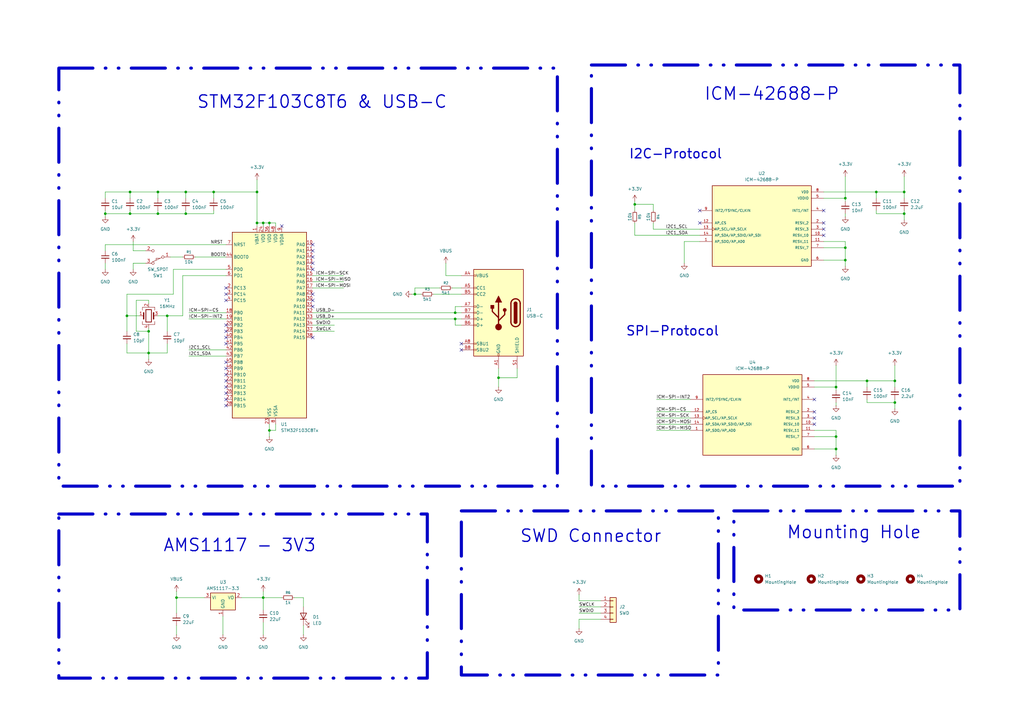
<source format=kicad_sch>
(kicad_sch (version 20250114) (generator "eeschema") (generator_version "9.0")
  (paper "A3")
  (title_block (title "ICM-42688-P Protocols with STM32") (date "2025-05-02") (comment 1 "Yusuf Karabocek") (comment 2 "Designed by"))
  (lib_symbols
    (symbol "Connector:USB_C_Receptacle_USB2.0_16P" (pin_names (offset 1.016))
      (property "Reference" "J" (at 0 22.225 0))
      (property "Value" "USB_C_Receptacle_USB2.0_16P" (at 0 19.685 0))
      (symbol "USB_C_Receptacle_USB2.0_16P_0_0"
        (rectangle (start -0.254 -17.78) (end 0.254 -16.764))
        (rectangle (start 10.16 15.494) (end 9.144 14.986))
        (rectangle (start 10.16 10.414) (end 9.144 9.906))
        (rectangle (start 10.16 7.874) (end 9.144 7.366))
        (rectangle (start 10.16 2.794) (end 9.144 2.286))
        (rectangle (start 10.16 0.254) (end 9.144 -0.254))
        (rectangle (start 10.16 -2.286) (end 9.144 -2.794))
        (rectangle (start 10.16 -4.826) (end 9.144 -5.334))
        (rectangle (start 10.16 -12.446) (end 9.144 -12.954))
        (rectangle (start 10.16 -14.986) (end 9.144 -15.494))
      )
      (symbol "USB_C_Receptacle_USB2.0_16P_0_1"
        (rectangle (start -10.16 17.78) (end 10.16 -17.78) (stroke (width 0.254)) (fill (type background)))
        (polyline (pts (xy -8.89 -3.81) (xy -8.89 3.81)) (stroke (width 0.508)))
        (rectangle (start -7.62 -3.81) (end -6.35 3.81) (stroke (width 0.254)) (fill (type outline)))
        (arc (start -7.62 3.81) (mid -6.985 4.4423) (end -6.35 3.81) (stroke (width 0.254)))
        (arc (start -7.62 3.81) (mid -6.985 4.4423) (end -6.35 3.81) (stroke (width 0.254)) (fill (type outline)))
        (arc (start -8.89 3.81) (mid -6.985 5.7067) (end -5.08 3.81) (stroke (width 0.508)))
        (arc (start -5.08 -3.81) (mid -6.985 -5.7067) (end -8.89 -3.81) (stroke (width 0.508)))
        (arc (start -6.35 -3.81) (mid -6.985 -4.4423) (end -7.62 -3.81) (stroke (width 0.254)))
        (arc (start -6.35 -3.81) (mid -6.985 -4.4423) (end -7.62 -3.81) (stroke (width 0.254)) (fill (type outline)))
        (polyline (pts (xy -5.08 3.81) (xy -5.08 -3.81)) (stroke (width 0.508)))
        (circle (center -2.54 1.143) (radius 0.635) (stroke (width 0.254)) (fill (type outline)))
        (polyline (pts (xy -1.27 4.318) (xy 0 6.858) (xy 1.27 4.318) (xy -1.27 4.318)) (stroke (width 0.254)) (fill (type outline)))
        (polyline (pts (xy 0 -2.032) (xy 2.54 0.508) (xy 2.54 1.778)) (stroke (width 0.508)))
        (polyline (pts (xy 0 -3.302) (xy -2.54 -0.762) (xy -2.54 0.508)) (stroke (width 0.508)))
        (polyline (pts (xy 0 -5.842) (xy 0 4.318)) (stroke (width 0.508)))
        (circle (center 0 -5.842) (radius 1.27) (fill (type outline)))
        (rectangle (start 1.905 1.778) (end 3.175 3.048) (stroke (width 0.254)) (fill (type outline)))
      )
      (symbol "USB_C_Receptacle_USB2.0_16P_1_1"
        (pin passive line (at -7.62 -22.86 90) (length 5.08) (name "SHIELD") (number "S1"))
        (pin passive line (at 0 -22.86 90) (length 5.08) (name "GND") (number "A1"))
        (pin passive line (at 0 -22.86 90) (length 5.08) (hide yes) (name "GND") (number "A12"))
        (pin passive line (at 0 -22.86 90) (length 5.08) (hide yes) (name "GND") (number "B1"))
        (pin passive line (at 0 -22.86 90) (length 5.08) (hide yes) (name "GND") (number "B12"))
        (pin passive line (at 15.24 15.24 180) (length 5.08) (name "VBUS") (number "A4"))
        (pin passive line (at 15.24 15.24 180) (length 5.08) (hide yes) (name "VBUS") (number "A9"))
        (pin passive line (at 15.24 15.24 180) (length 5.08) (hide yes) (name "VBUS") (number "B4"))
        (pin passive line (at 15.24 15.24 180) (length 5.08) (hide yes) (name "VBUS") (number "B9"))
        (pin bidirectional line (at 15.24 10.16 180) (length 5.08) (name "CC1") (number "A5"))
        (pin bidirectional line (at 15.24 7.62 180) (length 5.08) (name "CC2") (number "B5"))
        (pin bidirectional line (at 15.24 2.54 180) (length 5.08) (name "D-") (number "A7"))
        (pin bidirectional line (at 15.24 0 180) (length 5.08) (name "D-") (number "B7"))
        (pin bidirectional line (at 15.24 -2.54 180) (length 5.08) (name "D+") (number "A6"))
        (pin bidirectional line (at 15.24 -5.08 180) (length 5.08) (name "D+") (number "B6"))
        (pin bidirectional line (at 15.24 -12.7 180) (length 5.08) (name "SBU1") (number "A8"))
        (pin bidirectional line (at 15.24 -15.24 180) (length 5.08) (name "SBU2") (number "B8"))
      )
    )
    (symbol "Connector_Generic:Conn_01x04" (pin_names (offset 1.016) (hide yes))
      (property "Reference" "J" (at 0 5.08 0))
      (property "Value" "Conn_01x04" (at 0 -7.62 0))
      (symbol "Conn_01x04_1_1"
        (rectangle (start -1.27 3.81) (end 1.27 -6.35) (stroke (width 0.254)) (fill (type background)))
        (rectangle (start -1.27 2.667) (end 0 2.413) (stroke (width 0.1524)))
        (rectangle (start -1.27 0.127) (end 0 -0.127) (stroke (width 0.1524)))
        (rectangle (start -1.27 -2.413) (end 0 -2.667) (stroke (width 0.1524)))
        (rectangle (start -1.27 -4.953) (end 0 -5.207) (stroke (width 0.1524)))
        (pin passive line (at -5.08 2.54 0) (length 3.81) (name "Pin_1") (number "1"))
        (pin passive line (at -5.08 0 0) (length 3.81) (name "Pin_2") (number "2"))
        (pin passive line (at -5.08 -2.54 0) (length 3.81) (name "Pin_3") (number "3"))
        (pin passive line (at -5.08 -5.08 0) (length 3.81) (name "Pin_4") (number "4"))
      )
    )
    (symbol "Device:C_Small" (pin_numbers (hide yes)) (pin_names (offset 0.254) (hide yes))
      (property "Reference" "C" (at 0.254 1.778 0))
      (property "Value" "C_Small" (at 0.254 -2.032 0))
      (symbol "C_Small_0_1"
        (polyline (pts (xy -1.524 0.508) (xy 1.524 0.508)) (stroke (width 0.3048)))
        (polyline (pts (xy -1.524 -0.508) (xy 1.524 -0.508)) (stroke (width 0.3302)))
      )
      (symbol "C_Small_1_1"
        (pin passive line (at 0 2.54 270) (length 2.032) (name "~") (number "1"))
        (pin passive line (at 0 -2.54 90) (length 2.032) (name "~") (number "2"))
      )
    )
    (symbol "Device:Crystal_GND24" (pin_names (offset 1.016) (hide yes))
      (property "Reference" "Y" (at 3.175 5.08 0))
      (property "Value" "Crystal_GND24" (at 3.175 3.175 0))
      (symbol "Crystal_GND24_0_1"
        (polyline (pts (xy -2.54 2.286) (xy -2.54 3.556) (xy 2.54 3.556) (xy 2.54 2.286)))
        (polyline (pts (xy -2.54 0) (xy -2.032 0)))
        (polyline (pts (xy -2.54 -2.286) (xy -2.54 -3.556) (xy 2.54 -3.556) (xy 2.54 -2.286)))
        (polyline (pts (xy -2.032 -1.27) (xy -2.032 1.27)) (stroke (width 0.508)))
        (rectangle (start -1.143 2.54) (end 1.143 -2.54) (stroke (width 0.3048)))
        (polyline (pts (xy 0 3.556) (xy 0 3.81)))
        (polyline (pts (xy 0 -3.81) (xy 0 -3.556)))
        (polyline (pts (xy 2.032 0) (xy 2.54 0)))
        (polyline (pts (xy 2.032 -1.27) (xy 2.032 1.27)) (stroke (width 0.508)))
      )
      (symbol "Crystal_GND24_1_1"
        (pin passive line (at -3.81 0 0) (length 1.27) (name "1") (number "1"))
        (pin passive line (at 0 5.08 270) (length 1.27) (name "2") (number "2"))
        (pin passive line (at 0 -5.08 90) (length 1.27) (name "4") (number "4"))
        (pin passive line (at 3.81 0 180) (length 1.27) (name "3") (number "3"))
      )
    )
    (symbol "Device:LED" (pin_numbers (hide yes)) (pin_names (offset 1.016) (hide yes))
      (property "Reference" "D" (at 0 2.54 0))
      (property "Value" "LED" (at 0 -2.54 0))
      (symbol "LED_0_1"
        (polyline (pts (xy -3.048 -0.762) (xy -4.572 -2.286) (xy -3.81 -2.286) (xy -4.572 -2.286) (xy -4.572 -1.524)))
        (polyline (pts (xy -1.778 -0.762) (xy -3.302 -2.286) (xy -2.54 -2.286) (xy -3.302 -2.286) (xy -3.302 -1.524)))
        (polyline (pts (xy -1.27 0) (xy 1.27 0)))
        (polyline (pts (xy -1.27 -1.27) (xy -1.27 1.27)) (stroke (width 0.254)))
        (polyline (pts (xy 1.27 -1.27) (xy 1.27 1.27) (xy -1.27 0) (xy 1.27 -1.27)) (stroke (width 0.254)))
      )
      (symbol "LED_1_1"
        (pin passive line (at -3.81 0 0) (length 2.54) (name "K") (number "1"))
        (pin passive line (at 3.81 0 180) (length 2.54) (name "A") (number "2"))
      )
    )
    (symbol "Device:R_Small" (pin_numbers (hide yes)) (pin_names (offset 0.254) (hide yes))
      (property "Reference" "R" (at 0 0 90))
      (property "Value" "R_Small" (at 1.778 0 90))
      (symbol "R_Small_0_1"
        (rectangle (start -0.762 1.778) (end 0.762 -1.778) (stroke (width 0.2032)))
      )
      (symbol "R_Small_1_1"
        (pin passive line (at 0 2.54 270) (length 0.762) (name "~") (number "1"))
        (pin passive line (at 0 -2.54 90) (length 0.762) (name "~") (number "2"))
      )
    )
    (symbol "ICM-42688-P:ICM-42688-P" (pin_names (offset 1.016))
      (property "Reference" "U" (at -20.32 16.002 0))
      (property "Value" "ICM-42688-P" (at -20.32 -20.32 0))
      (symbol "ICM-42688-P_0_0"
        (rectangle (start -20.32 -17.78) (end 20.32 15.24) (stroke (width 0.254)) (fill (type background)))
        (pin bidirectional line (at -25.4 5.08 0) (length 5.08) (name "INT2/FSYNC/CLKIN") (number "9"))
        (pin input line (at -25.4 0 0) (length 5.08) (name "AP_CS") (number "12"))
        (pin input clock (at -25.4 -2.54 0) (length 5.08) (name "AP_SCL/AP_SCLK") (number "13"))
        (pin bidirectional line (at -25.4 -5.08 0) (length 5.08) (name "AP_SDA/AP_SDIO/AP_SDI") (number "14"))
        (pin bidirectional line (at -25.4 -7.62 0) (length 5.08) (name "AP_SDO/AP_AD0") (number "1"))
        (pin power_in line (at 25.4 12.7 180) (length 5.08) (name "VDD") (number "8"))
        (pin power_in line (at 25.4 10.16 180) (length 5.08) (name "VDDIO") (number "5"))
        (pin output line (at 25.4 5.08 180) (length 5.08) (name "INT1/INT") (number "4"))
        (pin passive line (at 25.4 0 180) (length 5.08) (name "RESV_2") (number "2"))
        (pin passive line (at 25.4 -2.54 180) (length 5.08) (name "RESV_3") (number "3"))
        (pin passive line (at 25.4 -5.08 180) (length 5.08) (name "RESV_10") (number "10"))
        (pin passive line (at 25.4 -7.62 180) (length 5.08) (name "RESV_11") (number "11"))
        (pin passive line (at 25.4 -10.16 180) (length 5.08) (name "RESV_7") (number "7"))
        (pin power_in line (at 25.4 -15.24 180) (length 5.08) (name "GND") (number "6"))
      )
    )
    (symbol "MCU_ST_STM32F1:STM32F103C8Tx"
      (property "Reference" "U" (at -15.24 39.37 0))
      (property "Value" "STM32F103C8Tx" (at 7.62 39.37 0))
      (symbol "STM32F103C8Tx_0_1"
        (rectangle (start -15.24 -38.1) (end 15.24 38.1) (stroke (width 0.254)) (fill (type background)))
      )
      (symbol "STM32F103C8Tx_1_1"
        (pin input line (at -17.78 33.02 0) (length 2.54) (name "NRST") (number "7"))
        (pin input line (at -17.78 27.94 0) (length 2.54) (name "BOOT0") (number "44"))
        (pin bidirectional line (at -17.78 22.86 0) (length 2.54) (name "PD0") (number "5"))
        (pin bidirectional line (at -17.78 20.32 0) (length 2.54) (name "PD1") (number "6"))
        (pin bidirectional line (at -17.78 15.24 0) (length 2.54) (name "PC13") (number "2"))
        (pin bidirectional line (at -17.78 12.7 0) (length 2.54) (name "PC14") (number "3"))
        (pin bidirectional line (at -17.78 10.16 0) (length 2.54) (name "PC15") (number "4"))
        (pin bidirectional line (at -17.78 5.08 0) (length 2.54) (name "PB0") (number "18"))
        (pin bidirectional line (at -17.78 2.54 0) (length 2.54) (name "PB1") (number "19"))
        (pin bidirectional line (at -17.78 0 0) (length 2.54) (name "PB2") (number "20"))
        (pin bidirectional line (at -17.78 -2.54 0) (length 2.54) (name "PB3") (number "39"))
        (pin bidirectional line (at -17.78 -5.08 0) (length 2.54) (name "PB4") (number "40"))
        (pin bidirectional line (at -17.78 -7.62 0) (length 2.54) (name "PB5") (number "41"))
        (pin bidirectional line (at -17.78 -10.16 0) (length 2.54) (name "PB6") (number "42"))
        (pin bidirectional line (at -17.78 -12.7 0) (length 2.54) (name "PB7") (number "43"))
        (pin bidirectional line (at -17.78 -15.24 0) (length 2.54) (name "PB8") (number "45"))
        (pin bidirectional line (at -17.78 -17.78 0) (length 2.54) (name "PB9") (number "46"))
        (pin bidirectional line (at -17.78 -20.32 0) (length 2.54) (name "PB10") (number "21"))
        (pin bidirectional line (at -17.78 -22.86 0) (length 2.54) (name "PB11") (number "22"))
        (pin bidirectional line (at -17.78 -25.4 0) (length 2.54) (name "PB12") (number "25"))
        (pin bidirectional line (at -17.78 -27.94 0) (length 2.54) (name "PB13") (number "26"))
        (pin bidirectional line (at -17.78 -30.48 0) (length 2.54) (name "PB14") (number "27"))
        (pin bidirectional line (at -17.78 -33.02 0) (length 2.54) (name "PB15") (number "28"))
        (pin power_in line (at -5.08 40.64 270) (length 2.54) (name "VBAT") (number "1"))
        (pin power_in line (at -2.54 40.64 270) (length 2.54) (name "VDD") (number "24"))
        (pin power_in line (at 0 40.64 270) (length 2.54) (name "VDD") (number "36"))
        (pin power_in line (at 0 -40.64 90) (length 2.54) (name "VSS") (number "23"))
        (pin passive line (at 0 -40.64 90) (length 2.54) (hide yes) (name "VSS") (number "35"))
        (pin passive line (at 0 -40.64 90) (length 2.54) (hide yes) (name "VSS") (number "47"))
        (pin power_in line (at 2.54 40.64 270) (length 2.54) (name "VDD") (number "48"))
        (pin power_in line (at 2.54 -40.64 90) (length 2.54) (name "VSSA") (number "8"))
        (pin power_in line (at 5.08 40.64 270) (length 2.54) (name "VDDA") (number "9"))
        (pin bidirectional line (at 17.78 33.02 180) (length 2.54) (name "PA0") (number "10"))
        (pin bidirectional line (at 17.78 30.48 180) (length 2.54) (name "PA1") (number "11"))
        (pin bidirectional line (at 17.78 27.94 180) (length 2.54) (name "PA2") (number "12"))
        (pin bidirectional line (at 17.78 25.4 180) (length 2.54) (name "PA3") (number "13"))
        (pin bidirectional line (at 17.78 22.86 180) (length 2.54) (name "PA4") (number "14"))
        (pin bidirectional line (at 17.78 20.32 180) (length 2.54) (name "PA5") (number "15"))
        (pin bidirectional line (at 17.78 17.78 180) (length 2.54) (name "PA6") (number "16"))
        (pin bidirectional line (at 17.78 15.24 180) (length 2.54) (name "PA7") (number "17"))
        (pin bidirectional line (at 17.78 12.7 180) (length 2.54) (name "PA8") (number "29"))
        (pin bidirectional line (at 17.78 10.16 180) (length 2.54) (name "PA9") (number "30"))
        (pin bidirectional line (at 17.78 7.62 180) (length 2.54) (name "PA10") (number "31"))
        (pin bidirectional line (at 17.78 5.08 180) (length 2.54) (name "PA11") (number "32"))
        (pin bidirectional line (at 17.78 2.54 180) (length 2.54) (name "PA12") (number "33"))
        (pin bidirectional line (at 17.78 0 180) (length 2.54) (name "PA13") (number "34"))
        (pin bidirectional line (at 17.78 -2.54 180) (length 2.54) (name "PA14") (number "37"))
        (pin bidirectional line (at 17.78 -5.08 180) (length 2.54) (name "PA15") (number "38"))
      )
    )
    (symbol "Mechanical:MountingHole" (pin_names (offset 1.016)) (in_bom no)
      (property "Reference" "H" (at 0 5.08 0))
      (property "Value" "MountingHole" (at 0 3.175 0))
      (symbol "MountingHole_0_1"
        (circle (center 0 0) (radius 1.27) (stroke (width 1.27)))
      )
    )
    (symbol "Regulator_Linear:AMS1117-3.3"
      (property "Reference" "U" (at -3.81 3.175 0))
      (property "Value" "AMS1117-3.3" (at 0 3.175 0))
      (symbol "AMS1117-3.3_0_1"
        (rectangle (start -5.08 -5.08) (end 5.08 1.905) (stroke (width 0.254)) (fill (type background)))
      )
      (symbol "AMS1117-3.3_1_1"
        (pin power_in line (at -7.62 0 0) (length 2.54) (name "VI") (number "3"))
        (pin power_in line (at 0 -7.62 90) (length 2.54) (name "GND") (number "1"))
        (pin power_out line (at 7.62 0 180) (length 2.54) (name "VO") (number "2"))
      )
    )
    (symbol "Switch:SW_SPDT_XKB_DMx-xxxx-1" (pin_names (offset 0) (hide yes))
      (property "Reference" "SW" (at 0 4.318 0))
      (property "Value" "SW_SPDT_XKB_DMx-xxxx-1" (at 0 -5.588 0))
      (symbol "SW_SPDT_XKB_DMx-xxxx-1_1_1"
        (circle (center -2.032 0) (radius 0.508))
        (polyline (pts (xy -1.524 0.254) (xy 2.286 2.032)))
        (polyline (pts (xy -0.762 0.508) (xy 0.762 0.508) (xy 0.762 1.27)))
        (circle (center 2.032 2.54) (radius 0.508))
        (circle (center 2.032 -2.54) (radius 0.508))
        (pin passive line (at -5.08 0 0) (length 2.54) (name "A") (number "1"))
        (pin passive line (at 5.08 2.54 180) (length 2.54) (name "C") (number "3"))
        (pin passive line (at 5.08 -2.54 180) (length 2.54) (name "B") (number "2"))
      )
    )
    (symbol "power:+3.3V" (power) (pin_numbers (hide yes)) (pin_names (offset 0) (hide yes))
      (property "Value" "+3.3V" (at 0 3.556 0))
      (symbol "+3.3V_0_1"
        (polyline (pts (xy -0.762 1.27) (xy 0 2.54)))
        (polyline (pts (xy 0 2.54) (xy 0.762 1.27)))
        (polyline (pts (xy 0 0) (xy 0 2.54)))
      )
      (symbol "+3.3V_1_1"
        (pin power_in line (at 0 0 90) (length 0) (name "~") (number "1"))
      )
    )
    (symbol "power:GND" (power) (pin_numbers (hide yes)) (pin_names (offset 0) (hide yes))
      (property "Value" "GND" (at 0 -3.81 0))
      (symbol "GND_0_1"
        (polyline (pts (xy 0 0) (xy 0 -1.27) (xy 1.27 -1.27) (xy 0 -2.54) (xy -1.27 -1.27) (xy 0 -1.27)))
      )
      (symbol "GND_1_1"
        (pin power_in line (at 0 0 270) (length 0) (name "~") (number "1"))
      )
    )
    (symbol "power:VBUS" (power) (pin_numbers (hide yes)) (pin_names (offset 0) (hide yes))
      (property "Value" "VBUS" (at 0 3.556 0))
      (symbol "VBUS_0_1"
        (polyline (pts (xy -0.762 1.27) (xy 0 2.54)))
        (polyline (pts (xy 0 2.54) (xy 0.762 1.27)))
        (polyline (pts (xy 0 0) (xy 0 2.54)))
      )
      (symbol "VBUS_1_1"
        (pin power_in line (at 0 0 90) (length 0) (name "~") (number "1"))
      )
    )
  )
  (rectangle (start 24.13 27.94) (end 228.6 199.39) (stroke (width 1.27) (type dash_dot_dot)))
  (rectangle (start 24.13 210.82) (end 175.26 278.13) (stroke (width 1.27) (type dash_dot_dot)))
  (rectangle (start 189.23 209.55) (end 294.64 276.86) (stroke (width 1.27) (type dash_dot_dot)))
  (rectangle (start 300.99 209.55) (end 393.7 250.19) (stroke (width 1.27) (type dash_dot_dot)))
  (rectangle (start 242.57 26.67) (end 393.7 199.39) (stroke (width 1.27) (type dash_dot_dot)))
  (text "I2C-Protocol" (at 277.114 63.246 0) (effects (font (size 3.81 3.81) (thickness 0.508) (bold yes))))
  (text "SPI-Protocol" (at 275.844 135.89 0) (effects (font (size 3.81 3.81) (thickness 0.508) (bold yes))))
  (text "SWD Connector" (at 242.316 219.964 0) (effects (font (size 5.08 5.08) (thickness 0.508) (bold yes))))
  (text "STM32F103C8T6 & USB-C" (at 132.08 41.91 0) (effects (font (size 5.08 5.08) (thickness 0.508) (bold yes))))
  (text "Mounting Hole" (at 350.266 218.44 0) (effects (font (size 5.08 5.08) (thickness 0.508) (bold yes))))
  (text "AMS1117 - 3V3" (at 98.298 223.774 0) (effects (font (size 5.08 5.08) (thickness 0.508) (bold yes))))
  (text "ICM-42688-P \n" (at 318.516 38.608 0) (effects (font (size 5.08 5.08) (thickness 0.508) (bold yes))))
  (junction (at 342.9 179.07))
  (junction (at 52.07 129.54))
  (junction (at 68.58 129.54))
  (junction (at 204.47 154.94))
  (junction (at 64.77 78.74))
  (junction (at 346.71 81.28))
  (junction (at 367.03 165.1))
  (junction (at 43.18 87.63))
  (junction (at 346.71 101.6))
  (junction (at 60.96 135.89))
  (junction (at 370.84 87.63))
  (junction (at 367.03 156.21))
  (junction (at 370.84 78.74))
  (junction (at 64.77 87.63))
  (junction (at 105.41 78.74))
  (junction (at 72.39 245.11))
  (junction (at 359.41 78.74))
  (junction (at 87.63 78.74))
  (junction (at 105.41 91.44))
  (junction (at 186.69 130.81))
  (junction (at 76.2 78.74))
  (junction (at 342.9 158.75))
  (junction (at 76.2 87.63))
  (junction (at 170.18 120.65))
  (junction (at 107.95 245.11))
  (junction (at 186.69 128.27))
  (junction (at 53.34 78.74))
  (junction (at 107.95 91.44))
  (junction (at 110.49 176.53))
  (junction (at 355.6 156.21))
  (junction (at 53.34 87.63))
  (junction (at 60.96 144.78))
  (junction (at 346.71 106.68))
  (junction (at 110.49 91.44))
  (junction (at 260.35 83.82))
  (junction (at 342.9 184.15))
  (no_connect (at 334.01 171.45))
  (no_connect (at 92.71 156.21))
  (no_connect (at 92.71 166.37))
  (no_connect (at 128.27 102.87))
  (no_connect (at 92.71 120.65))
  (no_connect (at 92.71 138.43))
  (no_connect (at 189.23 140.97))
  (no_connect (at 128.27 107.95))
  (no_connect (at 337.82 91.44))
  (no_connect (at 337.82 86.36))
  (no_connect (at 287.02 86.36))
  (no_connect (at 92.71 153.67))
  (no_connect (at 189.23 143.51))
  (no_connect (at 92.71 133.35))
  (no_connect (at 287.02 91.44))
  (no_connect (at 337.82 96.52))
  (no_connect (at 128.27 110.49))
  (no_connect (at 115.57 92.71))
  (no_connect (at 92.71 161.29))
  (no_connect (at 128.27 138.43))
  (no_connect (at 92.71 118.11))
  (no_connect (at 128.27 120.65))
  (no_connect (at 128.27 105.41))
  (no_connect (at 92.71 123.19))
  (no_connect (at 92.71 158.75))
  (no_connect (at 334.01 173.99))
  (no_connect (at 92.71 135.89))
  (no_connect (at 334.01 168.91))
  (no_connect (at 92.71 148.59))
  (no_connect (at 92.71 151.13))
  (no_connect (at 337.82 93.98))
  (no_connect (at 128.27 125.73))
  (no_connect (at 128.27 123.19))
  (no_connect (at 92.71 163.83))
  (no_connect (at 334.01 163.83))
  (no_connect (at 128.27 100.33))
  (no_connect (at 92.71 140.97))
  (wire (pts (xy 189.23 133.35) (xy 186.69 133.35)))
  (wire (pts (xy 370.84 86.36) (xy 370.84 87.63)))
  (wire (pts (xy 204.47 158.75) (xy 204.47 154.94)))
  (wire (pts (xy 337.82 106.68) (xy 346.71 106.68)))
  (wire (pts (xy 355.6 165.1) (xy 367.03 165.1)))
  (wire (pts (xy 334.01 184.15) (xy 342.9 184.15)))
  (wire (pts (xy 52.07 129.54) (xy 57.15 129.54)))
  (wire (pts (xy 267.97 91.44) (xy 267.97 93.98)))
  (wire (pts (xy 52.07 129.54) (xy 52.07 135.89)))
  (wire (pts (xy 260.35 82.55) (xy 260.35 83.82)))
  (wire (pts (xy 186.69 130.81) (xy 189.23 130.81)))
  (wire (pts (xy 110.49 176.53) (xy 110.49 173.99)))
  (wire (pts (xy 269.24 163.83) (xy 283.21 163.83)))
  (wire (pts (xy 370.84 72.39) (xy 370.84 78.74)))
  (wire (pts (xy 237.49 246.38) (xy 246.38 246.38)))
  (wire (pts (xy 186.69 125.73) (xy 186.69 128.27)))
  (wire (pts (xy 128.27 133.35) (xy 137.16 133.35)))
  (wire (pts (xy 280.67 99.06) (xy 280.67 107.95)))
  (wire (pts (xy 107.95 245.11) (xy 107.95 250.19)))
  (wire (pts (xy 60.96 123.19) (xy 55.88 123.19)))
  (wire (pts (xy 77.47 128.27) (xy 92.71 128.27)))
  (wire (pts (xy 128.27 130.81) (xy 186.69 130.81)))
  (wire (pts (xy 60.96 124.46) (xy 60.96 123.19)))
  (wire (pts (xy 54.61 107.95) (xy 54.61 110.49)))
  (wire (pts (xy 52.07 120.65) (xy 52.07 129.54)))
  (wire (pts (xy 64.77 87.63) (xy 53.34 87.63)))
  (wire (pts (xy 107.95 92.71) (xy 107.95 91.44)))
  (wire (pts (xy 43.18 87.63) (xy 43.18 86.36)))
  (wire (pts (xy 260.35 96.52) (xy 287.02 96.52)))
  (wire (pts (xy 64.77 86.36) (xy 64.77 87.63)))
  (wire (pts (xy 55.88 123.19) (xy 55.88 135.89)))
  (wire (pts (xy 110.49 91.44) (xy 107.95 91.44)))
  (wire (pts (xy 105.41 91.44) (xy 105.41 92.71)))
  (wire (pts (xy 43.18 78.74) (xy 53.34 78.74)))
  (wire (pts (xy 68.58 129.54) (xy 68.58 135.89)))
  (wire (pts (xy 237.49 254) (xy 237.49 257.81)))
  (wire (pts (xy 334.01 179.07) (xy 342.9 179.07)))
  (wire (pts (xy 76.2 81.28) (xy 76.2 78.74)))
  (wire (pts (xy 76.2 78.74) (xy 87.63 78.74)))
  (wire (pts (xy 128.27 115.57) (xy 140.97 115.57)))
  (wire (pts (xy 260.35 83.82) (xy 260.35 86.36)))
  (wire (pts (xy 87.63 86.36) (xy 87.63 87.63)))
  (wire (pts (xy 53.34 86.36) (xy 53.34 87.63)))
  (wire (pts (xy 260.35 96.52) (xy 260.35 91.44)))
  (wire (pts (xy 237.49 248.92) (xy 246.38 248.92)))
  (wire (pts (xy 53.34 81.28) (xy 53.34 78.74)))
  (wire (pts (xy 113.03 173.99) (xy 113.03 176.53)))
  (wire (pts (xy 346.71 101.6) (xy 346.71 106.68)))
  (wire (pts (xy 76.2 86.36) (xy 76.2 87.63)))
  (wire (pts (xy 87.63 87.63) (xy 76.2 87.63)))
  (wire (pts (xy 87.63 78.74) (xy 105.41 78.74)))
  (wire (pts (xy 186.69 133.35) (xy 186.69 130.81)))
  (wire (pts (xy 110.49 92.71) (xy 110.49 91.44)))
  (wire (pts (xy 92.71 100.33) (xy 43.18 100.33)))
  (wire (pts (xy 267.97 86.36) (xy 267.97 83.82)))
  (wire (pts (xy 359.41 86.36) (xy 359.41 87.63)))
  (wire (pts (xy 370.84 87.63) (xy 370.84 90.17)))
  (wire (pts (xy 64.77 81.28) (xy 64.77 78.74)))
  (wire (pts (xy 237.49 243.84) (xy 237.49 246.38)))
  (wire (pts (xy 359.41 87.63) (xy 370.84 87.63)))
  (wire (pts (xy 76.2 87.63) (xy 64.77 87.63)))
  (wire (pts (xy 342.9 166.37) (xy 342.9 165.1)))
  (wire (pts (xy 113.03 92.71) (xy 113.03 91.44)))
  (wire (pts (xy 128.27 135.89) (xy 137.16 135.89)))
  (wire (pts (xy 72.39 245.11) (xy 83.82 245.11)))
  (wire (pts (xy 110.49 179.07) (xy 110.49 176.53)))
  (wire (pts (xy 54.61 102.87) (xy 59.69 102.87)))
  (wire (pts (xy 342.9 149.86) (xy 342.9 158.75)))
  (wire (pts (xy 334.01 176.53) (xy 342.9 176.53)))
  (wire (pts (xy 337.82 101.6) (xy 346.71 101.6)))
  (wire (pts (xy 182.88 107.95) (xy 182.88 113.03)))
  (wire (pts (xy 124.46 256.54) (xy 124.46 260.35)))
  (wire (pts (xy 342.9 179.07) (xy 342.9 184.15)))
  (wire (pts (xy 355.6 156.21) (xy 355.6 158.75)))
  (wire (pts (xy 107.95 91.44) (xy 105.41 91.44)))
  (wire (pts (xy 107.95 260.35) (xy 107.95 255.27)))
  (wire (pts (xy 346.71 81.28) (xy 346.71 82.55)))
  (wire (pts (xy 87.63 81.28) (xy 87.63 78.74)))
  (wire (pts (xy 59.69 107.95) (xy 54.61 107.95)))
  (wire (pts (xy 367.03 156.21) (xy 355.6 156.21)))
  (wire (pts (xy 337.82 81.28) (xy 346.71 81.28)))
  (wire (pts (xy 267.97 93.98) (xy 287.02 93.98)))
  (wire (pts (xy 287.02 99.06) (xy 280.67 99.06)))
  (wire (pts (xy 53.34 78.74) (xy 64.77 78.74)))
  (wire (pts (xy 64.77 129.54) (xy 68.58 129.54)))
  (wire (pts (xy 269.24 173.99) (xy 283.21 173.99)))
  (wire (pts (xy 77.47 143.51) (xy 92.71 143.51)))
  (wire (pts (xy 60.96 144.78) (xy 60.96 147.32)))
  (wire (pts (xy 346.71 99.06) (xy 346.71 101.6)))
  (wire (pts (xy 367.03 149.86) (xy 367.03 156.21)))
  (wire (pts (xy 115.57 245.11) (xy 107.95 245.11)))
  (wire (pts (xy 124.46 245.11) (xy 124.46 248.92)))
  (wire (pts (xy 99.06 245.11) (xy 107.95 245.11)))
  (wire (pts (xy 267.97 83.82) (xy 260.35 83.82)))
  (wire (pts (xy 269.24 176.53) (xy 283.21 176.53)))
  (wire (pts (xy 120.65 245.11) (xy 124.46 245.11)))
  (wire (pts (xy 69.85 105.41) (xy 74.93 105.41)))
  (wire (pts (xy 177.8 120.65) (xy 189.23 120.65)))
  (wire (pts (xy 64.77 78.74) (xy 76.2 78.74)))
  (wire (pts (xy 54.61 99.06) (xy 54.61 102.87)))
  (wire (pts (xy 346.71 106.68) (xy 346.71 109.22)))
  (wire (pts (xy 342.9 158.75) (xy 342.9 160.02)))
  (wire (pts (xy 60.96 135.89) (xy 60.96 134.62)))
  (wire (pts (xy 43.18 88.9) (xy 43.18 87.63)))
  (wire (pts (xy 334.01 158.75) (xy 342.9 158.75)))
  (wire (pts (xy 346.71 72.39) (xy 346.71 81.28)))
  (wire (pts (xy 182.88 113.03) (xy 189.23 113.03)))
  (wire (pts (xy 212.09 154.94) (xy 204.47 154.94)))
  (wire (pts (xy 367.03 165.1) (xy 367.03 167.64)))
  (wire (pts (xy 186.69 128.27) (xy 189.23 128.27)))
  (wire (pts (xy 180.34 118.11) (xy 170.18 118.11)))
  (wire (pts (xy 128.27 113.03) (xy 140.97 113.03)))
  (wire (pts (xy 68.58 140.97) (xy 68.58 144.78)))
  (wire (pts (xy 370.84 81.28) (xy 370.84 78.74)))
  (wire (pts (xy 269.24 171.45) (xy 283.21 171.45)))
  (wire (pts (xy 71.12 110.49) (xy 71.12 120.65)))
  (wire (pts (xy 212.09 151.13) (xy 212.09 154.94)))
  (wire (pts (xy 337.82 78.74) (xy 359.41 78.74)))
  (wire (pts (xy 43.18 100.33) (xy 43.18 102.87)))
  (wire (pts (xy 204.47 154.94) (xy 204.47 151.13)))
  (wire (pts (xy 334.01 156.21) (xy 355.6 156.21)))
  (wire (pts (xy 346.71 88.9) (xy 346.71 87.63)))
  (wire (pts (xy 367.03 158.75) (xy 367.03 156.21)))
  (wire (pts (xy 72.39 251.46) (xy 72.39 245.11)))
  (wire (pts (xy 367.03 163.83) (xy 367.03 165.1)))
  (wire (pts (xy 43.18 110.49) (xy 43.18 107.95)))
  (wire (pts (xy 269.24 168.91) (xy 283.21 168.91)))
  (wire (pts (xy 91.44 260.35) (xy 91.44 252.73)))
  (wire (pts (xy 370.84 78.74) (xy 359.41 78.74)))
  (wire (pts (xy 55.88 135.89) (xy 60.96 135.89)))
  (wire (pts (xy 52.07 140.97) (xy 52.07 144.78)))
  (wire (pts (xy 52.07 144.78) (xy 60.96 144.78)))
  (wire (pts (xy 74.93 129.54) (xy 74.93 113.03)))
  (wire (pts (xy 170.18 120.65) (xy 172.72 120.65)))
  (wire (pts (xy 168.91 120.65) (xy 170.18 120.65)))
  (wire (pts (xy 342.9 184.15) (xy 342.9 186.69)))
  (wire (pts (xy 68.58 129.54) (xy 74.93 129.54)))
  (wire (pts (xy 105.41 78.74) (xy 105.41 91.44)))
  (wire (pts (xy 107.95 245.11) (xy 107.95 242.57)))
  (wire (pts (xy 80.01 105.41) (xy 92.71 105.41)))
  (wire (pts (xy 113.03 91.44) (xy 110.49 91.44)))
  (wire (pts (xy 105.41 73.66) (xy 105.41 78.74)))
  (wire (pts (xy 74.93 113.03) (xy 92.71 113.03)))
  (wire (pts (xy 53.34 87.63) (xy 43.18 87.63)))
  (wire (pts (xy 71.12 120.65) (xy 52.07 120.65)))
  (wire (pts (xy 337.82 99.06) (xy 346.71 99.06)))
  (wire (pts (xy 72.39 242.57) (xy 72.39 245.11)))
  (wire (pts (xy 359.41 78.74) (xy 359.41 81.28)))
  (wire (pts (xy 128.27 128.27) (xy 186.69 128.27)))
  (wire (pts (xy 113.03 176.53) (xy 110.49 176.53)))
  (wire (pts (xy 68.58 144.78) (xy 60.96 144.78)))
  (wire (pts (xy 60.96 135.89) (xy 60.96 144.78)))
  (wire (pts (xy 170.18 118.11) (xy 170.18 120.65)))
  (wire (pts (xy 355.6 163.83) (xy 355.6 165.1)))
  (wire (pts (xy 92.71 110.49) (xy 71.12 110.49)))
  (wire (pts (xy 77.47 146.05) (xy 92.71 146.05)))
  (wire (pts (xy 237.49 251.46) (xy 246.38 251.46)))
  (wire (pts (xy 128.27 118.11) (xy 140.97 118.11)))
  (wire (pts (xy 189.23 125.73) (xy 186.69 125.73)))
  (wire (pts (xy 43.18 81.28) (xy 43.18 78.74)))
  (wire (pts (xy 185.42 118.11) (xy 189.23 118.11)))
  (wire (pts (xy 72.39 260.35) (xy 72.39 256.54)))
  (wire (pts (xy 246.38 254) (xy 237.49 254)))
  (wire (pts (xy 342.9 176.53) (xy 342.9 179.07)))
  (wire (pts (xy 77.47 130.81) (xy 92.71 130.81)))
  (label "ICM-SPI-SCK" (at 129.54 113.03 0))
  (label "ICM-SPI-MOSI" (at 269.24 173.99 0))
  (label "SWCLK" (at 237.49 248.92 0))
  (label "USB_D+" (at 129.54 130.81 0))
  (label "ICM-SPI-MISO" (at 129.54 115.57 0))
  (label "ICM-SPI-MOSI" (at 129.54 118.11 0))
  (label "ICM-SPI-CS" (at 269.24 168.91 0))
  (label "BOOT0" (at 86.36 105.41 0))
  (label "ICM-SPI-SCK" (at 269.24 171.45 0))
  (label "I2C1_SDA" (at 77.47 146.05 0))
  (label "SWDIO" (at 237.49 251.46 0))
  (label "ICM-SPI-INT2" (at 269.24 163.83 0))
  (label "I2C1_SDA" (at 273.05 96.52 0))
  (label "I2C1_SCL" (at 273.05 93.98 0))
  (label "I2C1_SCL" (at 77.47 143.51 0))
  (label "USB_D-" (at 129.54 128.27 0))
  (label "SWDIO" (at 129.54 133.35 0))
  (label "NRST" (at 86.36 100.33 0))
  (label "ICM-SPI-CS" (at 77.47 128.27 0))
  (label "ICM-SPI-INT2" (at 77.47 130.81 0))
  (label "ICM-SPI-MISO" (at 269.24 176.53 0))
  (label "SWCLK" (at 129.54 135.89 0))
  (symbol (lib_id "Device:C_Small") (at 43.18 83.82 0) (unit 1)
    (property "Reference" "C1" (at 45.72 82.5562 0) (effects (justify left)))
    (property "Value" "10uF" (at 45.72 85.0962 0) (effects (justify left)))
    (property "Footprint" "Capacitor_SMD:C_0603_1608Metric" (effects (hide yes)))
    (property "Description" "Unpolarized capacitor, small symbol" (effects (hide yes)))
  )
  (symbol (lib_id "Device:C_Small") (at 342.9 162.56 180) (unit 1)
    (property "Reference" "C14" (at 345.44 161.2835 0) (effects (justify right)))
    (property "Value" "10nF" (at 345.44 163.8235 0) (effects (justify right)))
    (property "Footprint" "Capacitor_SMD:C_0603_1608Metric" (effects (hide yes)))
    (property "Description" "Unpolarized capacitor, small symbol" (effects (hide yes)))
  )
  (symbol (lib_id "power:+3.3V") (at 260.35 82.55 0) (unit 1)
    (property "Reference" "#PWR021" (effects (hide yes)))
    (property "Value" "+3.3V" (at 260.35 77.47 0))
    (property "Description" "Power symbol creates a global label with name \"+3.3V\"" (effects (hide yes)))
  )
  (symbol (lib_id "power:GND") (at 342.9 186.69 0) (unit 1)
    (property "Reference" "#PWR025" (effects (hide yes)))
    (property "Value" "GND" (at 342.9 191.77 0))
    (property "Description" "Power symbol creates a global label with name \"GND\" , ground" (effects (hide yes)))
  )
  (symbol (lib_id "Device:C_Small") (at 367.03 161.29 180) (unit 1)
    (property "Reference" "C16" (at 369.57 160.0135 0) (effects (justify right)))
    (property "Value" "2.2uF" (at 369.57 162.5535 0) (effects (justify right)))
    (property "Footprint" "Capacitor_SMD:C_0603_1608Metric" (effects (hide yes)))
    (property "Description" "Unpolarized capacitor, small symbol" (effects (hide yes)))
  )
  (symbol (lib_id "power:+3.3V") (at 237.49 243.84 0) (unit 1)
    (property "Reference" "#PWR029" (effects (hide yes)))
    (property "Value" "+3.3V" (at 237.49 238.76 0))
    (property "Description" "Power symbol creates a global label with name \"+3.3V\"" (effects (hide yes)))
  )
  (symbol (lib_id "Device:C_Small") (at 43.18 105.41 0) (unit 1)
    (property "Reference" "C6" (at 45.72 104.1462 0) (effects (justify left)))
    (property "Value" "100nF" (at 45.72 106.6862 0) (effects (justify left)))
    (property "Footprint" "Capacitor_SMD:C_0603_1608Metric" (effects (hide yes)))
    (property "Description" "Unpolarized capacitor, small symbol" (effects (hide yes)))
  )
  (symbol (lib_id "power:GND") (at 124.46 260.35 0) (unit 1)
    (property "Reference" "#PWR028" (effects (hide yes)))
    (property "Value" "GND" (at 124.46 265.43 0))
    (property "Description" "Power symbol creates a global label with name \"GND\" , ground" (effects (hide yes)))
  )
  (symbol (lib_id "power:+3.3V") (at 107.95 242.57 0) (unit 1)
    (property "Reference" "#PWR012" (effects (hide yes)))
    (property "Value" "+3.3V" (at 107.95 237.49 0))
    (property "Description" "Power symbol creates a global label with name \"+3.3V\"" (effects (hide yes)))
  )
  (symbol (lib_id "power:GND") (at 346.71 109.22 0) (unit 1)
    (property "Reference" "#PWR020" (effects (hide yes)))
    (property "Value" "GND" (at 346.71 114.3 0))
    (property "Description" "Power symbol creates a global label with name \"GND\" , ground" (effects (hide yes)))
  )
  (symbol (lib_id "MCU_ST_STM32F1:STM32F103C8Tx") (at 110.49 133.35 0) (unit 1)
    (property "Reference" "U1" (at 115.1733 173.99 0) (effects (justify left)))
    (property "Value" "STM32F103C8Tx" (at 115.1733 176.53 0) (effects (justify left)))
    (property "Footprint" "Package_QFP:LQFP-48_7x7mm_P0.5mm" (effects (hide yes)))
    (property "Datasheet" "https://www.st.com/resource/en/datasheet/stm32f103c8.pdf" (effects (hide yes)))
    (property "Description" "STMicroelectronics Arm Cortex-M3 MCU, 64KB flash, 20KB RAM, 72 MHz, 2.0-3.6V, 37 GPIO, LQFP48" (effects (hide yes)))
  )
  (symbol (lib_id "power:+3.3V") (at 342.9 149.86 0) (unit 1)
    (property "Reference" "#PWR023" (effects (hide yes)))
    (property "Value" "+3.3V" (at 342.9 144.78 0))
    (property "Description" "Power symbol creates a global label with name \"+3.3V\"" (effects (hide yes)))
  )
  (symbol (lib_id "power:GND") (at 60.96 147.32 0) (unit 1)
    (property "Reference" "#PWR06" (effects (hide yes)))
    (property "Value" "GND" (at 60.96 152.4 0))
    (property "Description" "Power symbol creates a global label with name \"GND\" , ground" (effects (hide yes)))
  )
  (symbol (lib_id "power:GND") (at 370.84 90.17 0) (unit 1)
    (property "Reference" "#PWR017" (effects (hide yes)))
    (property "Value" "GND" (at 370.84 95.25 0))
    (property "Description" "Power symbol creates a global label with name \"GND\" , ground" (effects (hide yes)))
  )
  (symbol (lib_id "Connector:USB_C_Receptacle_USB2.0_16P") (at 204.47 128.27 0) (mirror y) (unit 1)
    (property "Reference" "J1" (at 215.9 126.9999 0) (effects (justify right)))
    (property "Value" "USB-C" (at 215.9 129.5399 0) (effects (justify right)))
    (property "Footprint" "Connector_USB:USB_C_Receptacle_GCT_USB4105-xx-A_16P_TopMnt_Horizontal" (effects (hide yes)))
    (property "Datasheet" "https://www.usb.org/sites/default/files/documents/usb_type-c.zip" (effects (hide yes)))
    (property "Description" "USB 2.0-only 16P Type-C Receptacle connector" (effects (hide yes)))
  )
  (symbol (lib_id "power:+3.3V") (at 367.03 149.86 0) (unit 1)
    (property "Reference" "#PWR026" (effects (hide yes)))
    (property "Value" "+3.3V" (at 367.03 144.78 0))
    (property "Description" "Power symbol creates a global label with name \"+3.3V\"" (effects (hide yes)))
  )
  (symbol (lib_id "Device:C_Small") (at 370.84 83.82 180) (unit 1)
    (property "Reference" "C12" (at 373.38 82.5435 0) (effects (justify right)))
    (property "Value" "2.2uF" (at 373.38 85.0835 0) (effects (justify right)))
    (property "Footprint" "Capacitor_SMD:C_0603_1608Metric" (effects (hide yes)))
    (property "Description" "Unpolarized capacitor, small symbol" (effects (hide yes)))
  )
  (symbol (lib_id "power:GND") (at 107.95 260.35 0) (unit 1)
    (property "Reference" "#PWR013" (effects (hide yes)))
    (property "Value" "GND" (at 107.95 265.43 0))
    (property "Description" "Power symbol creates a global label with name \"GND\" , ground" (effects (hide yes)))
  )
  (symbol (lib_id "Regulator_Linear:AMS1117-3.3") (at 91.44 245.11 0) (unit 1)
    (property "Reference" "U3" (at 91.44 238.76 0))
    (property "Value" "AMS1117-3.3" (at 91.44 241.3 0))
    (property "Footprint" "Package_TO_SOT_SMD:SOT-223-3_TabPin2" (effects (hide yes)))
    (property "Datasheet" "http://www.advanced-monolithic.com/pdf/ds1117.pdf" (effects (hide yes)))
    (property "Description" "1A Low Dropout regulator, positive, 3.3V fixed output, SOT-223" (effects (hide yes)))
  )
  (symbol (lib_id "Device:R_Small") (at 118.11 245.11 90) (unit 1)
    (property "Reference" "R6" (at 118.11 243.078 90) (effects (font (size 1.016 1.016))))
    (property "Value" "1k" (at 118.11 247.142 90))
    (property "Footprint" "Resistor_SMD:R_0603_1608Metric" (effects (hide yes)))
    (property "Description" "Resistor, small symbol" (effects (hide yes)))
  )
  (symbol (lib_id "ICM-42688-P:ICM-42688-P") (at 312.42 91.44 0) (unit 1)
    (property "Reference" "U2" (at 312.42 71.12 0))
    (property "Value" "ICM-42688-P" (at 312.42 73.66 0))
    (property "Footprint" "ICM-42688-P:PQFN50P300X250X97-14N" (effects (hide yes)))
    (property "MF" "TDK InvenSense" (effects (hide yes)))
    (property "MAXIMUM_PACKAGE_HEIGHT" "0.97mm" (effects (hide yes)))
    (property "Package" "LGA-14 TDK InvenSense" (effects (hide yes)))
    (property "Price" "None" (effects (hide yes)))
    (property "Check_prices" "https://www.snapeda.com/parts/ICM-42688-P/TDK/view-part/?ref=eda" (effects (hide yes)))
    (property "STANDARD" "IPC-7351B" (effects (hide yes)))
    (property "PARTREV" "1.2" (effects (hide yes)))
    (property "SnapEDA_Link" "https://www.snapeda.com/parts/ICM-42688-P/TDK/view-part/?ref=snap" (effects (hide yes)))
    (property "MP" "ICM-42688-P" (effects (hide yes)))
    (property "Description_1" "Accelerometer, Gyroscope, 6 Axis Sensor - Output" (effects (hide yes)))
    (property "Availability" "In Stock" (effects (hide yes)))
    (property "MANUFACTURER" "TDK InvenSense" (effects (hide yes)))
  )
  (symbol (lib_id "Switch:SW_SPDT_XKB_DMx-xxxx-1") (at 64.77 105.41 180) (unit 1)
    (property "Reference" "SW1" (at 64.77 113.03 0))
    (property "Value" "SW_SPDT" (at 64.77 110.49 0))
    (property "Footprint" "Button_Switch_SMD:SW_SPDT_PCM12" (effects (hide yes)))
    (property "Description" "Position switch" (effects (hide yes)))
  )
  (symbol (lib_id "Device:R_Small") (at 182.88 118.11 90) (unit 1)
    (property "Reference" "R2" (at 182.88 116.078 90) (effects (font (size 1.016 1.016))))
    (property "Value" "5k1" (at 182.88 120.142 90))
    (property "Footprint" "Resistor_SMD:R_0603_1608Metric" (effects (hide yes)))
    (property "Description" "Resistor, small symbol" (effects (hide yes)))
  )
  (symbol (lib_id "power:+3.3V") (at 346.71 72.39 0) (unit 1)
    (property "Reference" "#PWR019" (effects (hide yes)))
    (property "Value" "+3.3V" (at 346.71 67.31 0))
    (property "Description" "Power symbol creates a global label with name \"+3.3V\"" (effects (hide yes)))
  )
  (symbol (lib_id "power:GND") (at 168.91 120.65 270) (unit 1)
    (property "Reference" "#PWR010" (effects (hide yes)))
    (property "Value" "GND" (at 165.1 120.6499 90) (effects (justify right)))
    (property "Description" "Power symbol creates a global label with name \"GND\" , ground" (effects (hide yes)))
  )
  (symbol (lib_id "Mechanical:MountingHole") (at 373.38 237.49 0) (unit 1) (in_bom no)
    (property "Reference" "H4" (at 375.92 236.2199 0) (effects (justify left)))
    (property "Value" "MountingHole" (at 375.92 238.7599 0) (effects (justify left)))
    (property "Footprint" "MountingHole:MountingHole_3.2mm_M3_ISO7380" (effects (hide yes)))
    (property "Description" "Mounting Hole without connection" (effects (hide yes)))
  )
  (symbol (lib_id "Device:C_Small") (at 52.07 138.43 0) (unit 1)
    (property "Reference" "C8" (at 54.61 137.1662 0) (effects (justify left)))
    (property "Value" "10pF" (at 54.61 139.7062 0) (effects (justify left)))
    (property "Footprint" "Capacitor_SMD:C_0603_1608Metric" (effects (hide yes)))
    (property "Description" "Unpolarized capacitor, small symbol" (effects (hide yes)))
  )
  (symbol (lib_id "power:GND") (at 204.47 158.75 0) (unit 1)
    (property "Reference" "#PWR09" (effects (hide yes)))
    (property "Value" "GND" (at 204.47 163.83 0))
    (property "Description" "Power symbol creates a global label with name \"GND\" , ground" (effects (hide yes)))
  )
  (symbol (lib_id "Device:C_Small") (at 53.34 83.82 0) (unit 1)
    (property "Reference" "C2" (at 55.88 82.5562 0) (effects (justify left)))
    (property "Value" "100nF" (at 55.88 85.0962 0) (effects (justify left)))
    (property "Footprint" "Capacitor_SMD:C_0603_1608Metric" (effects (hide yes)))
    (property "Description" "Unpolarized capacitor, small symbol" (effects (hide yes)))
  )
  (symbol (lib_id "Mechanical:MountingHole") (at 311.15 237.49 0) (unit 1) (in_bom no)
    (property "Reference" "H1" (at 313.69 236.2199 0) (effects (justify left)))
    (property "Value" "MountingHole" (at 313.69 238.7599 0) (effects (justify left)))
    (property "Footprint" "MountingHole:MountingHole_3.2mm_M3_ISO7380" (effects (hide yes)))
    (property "Description" "Mounting Hole without connection" (effects (hide yes)))
  )
  (symbol (lib_id "Device:R_Small") (at 77.47 105.41 90) (unit 1)
    (property "Reference" "R1" (at 77.47 103.378 90) (effects (font (size 1.016 1.016))))
    (property "Value" "10k" (at 77.47 107.442 90))
    (property "Footprint" "Resistor_SMD:R_0603_1608Metric" (effects (hide yes)))
    (property "Description" "Resistor, small symbol" (effects (hide yes)))
  )
  (symbol (lib_id "power:+3.3V") (at 105.41 73.66 0) (unit 1)
    (property "Reference" "#PWR01" (effects (hide yes)))
    (property "Value" "+3.3V" (at 105.41 68.58 0))
    (property "Description" "Power symbol creates a global label with name \"+3.3V\"" (effects (hide yes)))
  )
  (symbol (lib_id "Device:R_Small") (at 267.97 88.9 0) (unit 1)
    (property "Reference" "R4" (at 270.002 88.9 90) (effects (font (size 1.016 1.016))))
    (property "Value" "10k" (at 265.938 88.9 90))
    (property "Footprint" "Resistor_SMD:R_0603_1608Metric" (effects (hide yes)))
    (property "Description" "Resistor, small symbol" (effects (hide yes)))
  )
  (symbol (lib_id "Device:R_Small") (at 175.26 120.65 90) (unit 1)
    (property "Reference" "R3" (at 175.26 118.618 90) (effects (font (size 1.016 1.016))))
    (property "Value" "5k1" (at 175.26 122.682 90))
    (property "Footprint" "Resistor_SMD:R_0603_1608Metric" (effects (hide yes)))
    (property "Description" "Resistor, small symbol" (effects (hide yes)))
  )
  (symbol (lib_id "Device:R_Small") (at 260.35 88.9 0) (unit 1)
    (property "Reference" "R5" (at 262.382 88.9 90) (effects (font (size 1.016 1.016))))
    (property "Value" "10k" (at 258.318 88.9 90))
    (property "Footprint" "Resistor_SMD:R_0603_1608Metric" (effects (hide yes)))
    (property "Description" "Resistor, small symbol" (effects (hide yes)))
  )
  (symbol (lib_id "Device:C_Small") (at 76.2 83.82 0) (unit 1)
    (property "Reference" "C4" (at 78.74 82.5562 0) (effects (justify left)))
    (property "Value" "100nF" (at 78.74 85.0962 0) (effects (justify left)))
    (property "Footprint" "Capacitor_SMD:C_0603_1608Metric" (effects (hide yes)))
    (property "Description" "Unpolarized capacitor, small symbol" (effects (hide yes)))
  )
  (symbol (lib_id "Device:C_Small") (at 346.71 85.09 180) (unit 1)
    (property "Reference" "C13" (at 349.25 83.8135 0) (effects (justify right)))
    (property "Value" "10nF" (at 349.25 86.3535 0) (effects (justify right)))
    (property "Footprint" "Capacitor_SMD:C_0603_1608Metric" (effects (hide yes)))
    (property "Description" "Unpolarized capacitor, small symbol" (effects (hide yes)))
  )
  (symbol (lib_id "power:VBUS") (at 182.88 107.95 0) (unit 1)
    (property "Reference" "#PWR07" (effects (hide yes)))
    (property "Value" "VBUS" (at 182.88 102.87 0))
    (property "Description" "Power symbol creates a global label with name \"VBUS\"" (effects (hide yes)))
  )
  (symbol (lib_id "Device:C_Small") (at 68.58 138.43 0) (unit 1)
    (property "Reference" "C7" (at 71.12 137.1662 0) (effects (justify left)))
    (property "Value" "10pF" (at 71.12 139.7062 0) (effects (justify left)))
    (property "Footprint" "Capacitor_SMD:C_0603_1608Metric" (effects (hide yes)))
    (property "Description" "Unpolarized capacitor, small symbol" (effects (hide yes)))
  )
  (symbol (lib_id "power:GND") (at 346.71 88.9 0) (unit 1)
    (property "Reference" "#PWR018" (effects (hide yes)))
    (property "Value" "GND" (at 346.71 93.98 0))
    (property "Description" "Power symbol creates a global label with name \"GND\" , ground" (effects (hide yes)))
  )
  (symbol (lib_id "power:GND") (at 43.18 110.49 0) (unit 1)
    (property "Reference" "#PWR03" (effects (hide yes)))
    (property "Value" "GND" (at 43.18 115.57 0))
    (property "Description" "Power symbol creates a global label with name \"GND\" , ground" (effects (hide yes)))
  )
  (symbol (lib_id "power:GND") (at 110.49 179.07 0) (unit 1)
    (property "Reference" "#PWR08" (effects (hide yes)))
    (property "Value" "GND" (at 110.49 184.15 0))
    (property "Description" "Power symbol creates a global label with name \"GND\" , ground" (effects (hide yes)))
  )
  (symbol (lib_id "Device:C_Small") (at 355.6 161.29 180) (unit 1)
    (property "Reference" "C15" (at 358.14 160.0135 0) (effects (justify right)))
    (property "Value" "100nF" (at 358.14 162.5535 0) (effects (justify right)))
    (property "Footprint" "Capacitor_SMD:C_0603_1608Metric" (effects (hide yes)))
    (property "Description" "Unpolarized capacitor, small symbol" (effects (hide yes)))
  )
  (symbol (lib_id "power:GND") (at 342.9 166.37 0) (unit 1)
    (property "Reference" "#PWR024" (effects (hide yes)))
    (property "Value" "GND" (at 342.9 171.45 0))
    (property "Description" "Power symbol creates a global label with name \"GND\" , ground" (effects (hide yes)))
  )
  (symbol (lib_id "Mechanical:MountingHole") (at 353.06 237.49 0) (unit 1) (in_bom no)
    (property "Reference" "H3" (at 355.6 236.2199 0) (effects (justify left)))
    (property "Value" "MountingHole" (at 355.6 238.7599 0) (effects (justify left)))
    (property "Footprint" "MountingHole:MountingHole_3.2mm_M3_ISO7380" (effects (hide yes)))
    (property "Description" "Mounting Hole without connection" (effects (hide yes)))
  )
  (symbol (lib_id "Device:Crystal_GND24") (at 60.96 129.54 0) (unit 1)
    (property "Reference" "Y1" (at 68.58 123.1198 0))
    (property "Value" "16MHz" (at 68.58 125.6598 0))
    (property "Footprint" "Crystal:Crystal_SMD_3225-4Pin_3.2x2.5mm" (effects (hide yes)))
    (property "Description" "Four pin crystal, GND on pins 2 and 4" (effects (hide yes)))
  )
  (symbol (lib_id "Device:C_Small") (at 72.39 254 0) (unit 1)
    (property "Reference" "C9" (at 74.93 252.7362 0) (effects (justify left)))
    (property "Value" "22uF" (at 74.93 255.2762 0) (effects (justify left)))
    (property "Footprint" "Capacitor_SMD:C_0805_2012Metric" (effects (hide yes)))
    (property "Description" "Unpolarized capacitor, small symbol" (effects (hide yes)))
  )
  (symbol (lib_id "power:GND") (at 72.39 260.35 0) (unit 1)
    (property "Reference" "#PWR014" (effects (hide yes)))
    (property "Value" "GND" (at 72.39 265.43 0))
    (property "Description" "Power symbol creates a global label with name \"GND\" , ground" (effects (hide yes)))
  )
  (symbol (lib_id "power:+3.3V") (at 54.61 99.06 0) (unit 1)
    (property "Reference" "#PWR04" (effects (hide yes)))
    (property "Value" "+3.3V" (at 54.61 93.98 0))
    (property "Description" "Power symbol creates a global label with name \"+3.3V\"" (effects (hide yes)))
  )
  (symbol (lib_id "Device:C_Small") (at 64.77 83.82 0) (unit 1)
    (property "Reference" "C3" (at 67.31 82.5562 0) (effects (justify left)))
    (property "Value" "100nF" (at 67.31 85.0962 0) (effects (justify left)))
    (property "Footprint" "Capacitor_SMD:C_0603_1608Metric" (effects (hide yes)))
    (property "Description" "Unpolarized capacitor, small symbol" (effects (hide yes)))
  )
  (symbol (lib_id "ICM-42688-P:ICM-42688-P") (at 308.61 168.91 0) (unit 1)
    (property "Reference" "U4" (at 308.61 148.59 0))
    (property "Value" "ICM-42688-P" (at 308.61 151.13 0))
    (property "Footprint" "ICM-42688-P:PQFN50P300X250X97-14N" (effects (hide yes)))
    (property "MF" "TDK InvenSense" (effects (hide yes)))
    (property "MAXIMUM_PACKAGE_HEIGHT" "0.97mm" (effects (hide yes)))
    (property "Package" "LGA-14 TDK InvenSense" (effects (hide yes)))
    (property "Price" "None" (effects (hide yes)))
    (property "Check_prices" "https://www.snapeda.com/parts/ICM-42688-P/TDK/view-part/?ref=eda" (effects (hide yes)))
    (property "STANDARD" "IPC-7351B" (effects (hide yes)))
    (property "PARTREV" "1.2" (effects (hide yes)))
    (property "SnapEDA_Link" "https://www.snapeda.com/parts/ICM-42688-P/TDK/view-part/?ref=snap" (effects (hide yes)))
    (property "MP" "ICM-42688-P" (effects (hide yes)))
    (property "Description_1" "Accelerometer, Gyroscope, 6 Axis Sensor - Output" (effects (hide yes)))
    (property "Availability" "In Stock" (effects (hide yes)))
    (property "MANUFACTURER" "TDK InvenSense" (effects (hide yes)))
  )
  (symbol (lib_id "Device:C_Small") (at 107.95 252.73 0) (unit 1)
    (property "Reference" "C10" (at 110.49 251.4662 0) (effects (justify left)))
    (property "Value" "22uF" (at 110.49 254.0062 0) (effects (justify left)))
    (property "Footprint" "Capacitor_SMD:C_0805_2012Metric" (effects (hide yes)))
    (property "Description" "Unpolarized capacitor, small symbol" (effects (hide yes)))
  )
  (symbol (lib_id "power:GND") (at 43.18 88.9 0) (unit 1)
    (property "Reference" "#PWR02" (effects (hide yes)))
    (property "Value" "GND" (at 43.18 93.98 0))
    (property "Description" "Power symbol creates a global label with name \"GND\" , ground" (effects (hide yes)))
  )
  (symbol (lib_id "power:GND") (at 91.44 260.35 0) (unit 1)
    (property "Reference" "#PWR015" (effects (hide yes)))
    (property "Value" "GND" (at 91.44 265.43 0))
    (property "Description" "Power symbol creates a global label with name \"GND\" , ground" (effects (hide yes)))
  )
  (symbol (lib_id "Device:C_Small") (at 359.41 83.82 180) (unit 1)
    (property "Reference" "C11" (at 361.95 82.5435 0) (effects (justify right)))
    (property "Value" "100nF" (at 361.95 85.0835 0) (effects (justify right)))
    (property "Footprint" "Capacitor_SMD:C_0603_1608Metric" (effects (hide yes)))
    (property "Description" "Unpolarized capacitor, small symbol" (effects (hide yes)))
  )
  (symbol (lib_id "power:GND") (at 280.67 107.95 0) (unit 1)
    (property "Reference" "#PWR022" (effects (hide yes)))
    (property "Value" "GND" (at 280.67 113.03 0))
    (property "Description" "Power symbol creates a global label with name \"GND\" , ground" (effects (hide yes)))
  )
  (symbol (lib_id "power:GND") (at 367.03 167.64 0) (unit 1)
    (property "Reference" "#PWR027" (effects (hide yes)))
    (property "Value" "GND" (at 367.03 172.72 0))
    (property "Description" "Power symbol creates a global label with name \"GND\" , ground" (effects (hide yes)))
  )
  (symbol (lib_id "Mechanical:MountingHole") (at 332.74 237.49 0) (unit 1) (in_bom no)
    (property "Reference" "H2" (at 335.28 236.2199 0) (effects (justify left)))
    (property "Value" "MountingHole" (at 335.28 238.7599 0) (effects (justify left)))
    (property "Footprint" "MountingHole:MountingHole_3.2mm_M3_ISO7380" (effects (hide yes)))
    (property "Description" "Mounting Hole without connection" (effects (hide yes)))
  )
  (symbol (lib_id "power:GND") (at 54.61 110.49 0) (unit 1)
    (property "Reference" "#PWR05" (effects (hide yes)))
    (property "Value" "GND" (at 54.61 115.57 0))
    (property "Description" "Power symbol creates a global label with name \"GND\" , ground" (effects (hide yes)))
  )
  (symbol (lib_id "Device:C_Small") (at 87.63 83.82 0) (unit 1)
    (property "Reference" "C5" (at 90.17 82.5562 0) (effects (justify left)))
    (property "Value" "100nF" (at 90.17 85.0962 0) (effects (justify left)))
    (property "Footprint" "Capacitor_SMD:C_0603_1608Metric" (effects (hide yes)))
    (property "Description" "Unpolarized capacitor, small symbol" (effects (hide yes)))
  )
  (symbol (lib_id "Device:LED") (at 124.46 252.73 90) (unit 1)
    (property "Reference" "D1" (at 128.27 253.0474 90) (effects (justify right)))
    (property "Value" "LED" (at 128.27 255.5874 90) (effects (justify right)))
    (property "Footprint" "LED_SMD:LED_0805_2012Metric" (effects (hide yes)))
    (property "Description" "Light emitting diode" (effects (hide yes)))
    (property "Sim.Pins" "1=K 2=A" (effects (hide yes)))
  )
  (symbol (lib_id "power:VBUS") (at 72.39 242.57 0) (unit 1)
    (property "Reference" "#PWR011" (effects (hide yes)))
    (property "Value" "VBUS" (at 72.39 237.49 0))
    (property "Description" "Power symbol creates a global label with name \"VBUS\"" (effects (hide yes)))
  )
  (symbol (lib_id "power:GND") (at 237.49 257.81 0) (unit 1)
    (property "Reference" "#PWR030" (effects (hide yes)))
    (property "Value" "GND" (at 237.49 262.89 0))
    (property "Description" "Power symbol creates a global label with name \"GND\" , ground" (effects (hide yes)))
  )
  (symbol (lib_id "power:+3.3V") (at 370.84 72.39 0) (unit 1)
    (property "Reference" "#PWR016" (effects (hide yes)))
    (property "Value" "+3.3V" (at 370.84 67.31 0))
    (property "Description" "Power symbol creates a global label with name \"+3.3V\"" (effects (hide yes)))
  )
  (symbol (lib_id "Connector_Generic:Conn_01x04") (at 251.46 248.92 0) (unit 1)
    (property "Reference" "J2" (at 254 248.9199 0) (effects (justify left)))
    (property "Value" "SWD" (at 254 251.4599 0) (effects (justify left)))
    (property "Footprint" "Connector_PinHeader_2.54mm:PinHeader_1x04_P2.54mm_Vertical" (effects (hide yes)))
    (property "Description" "Generic connector, single row, 01x04, script generated (kicad-library-utils/schlib/autogen/connector/)" (effects (hide yes)))
  )
)
</source>
